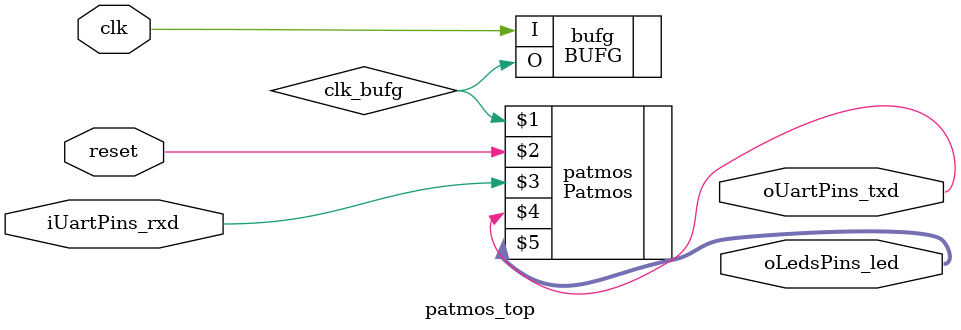
<source format=v>


module patmos_top (
    input clk,
    input reset,
    output[7:0] oLedsPins_led,
    output oUartPins_txd,
    input iUartPins_rxd
);

wire clk_bufg;
  BUFG bufg (
      .I(clk),
      .O(clk_bufg)
  );


reg int_res;
reg res_reg1;
reg res_reg2;
reg [2:0] res_cnt = 3'b000;


always @ (posedge clk_bufg) begin
    if (res_cnt != 3'b111)
        res_cnt <= res_cnt + 3'b001;
    res_reg1 <= !res_cnt[0] || !res_cnt[1] || !res_cnt[2];
    res_res2 <= res_reg1;
    int_res <= res_reg2;
end

Patmos patmos (
    clk_bufg,
    reset,
    iUartPins_rxd,
    oUartPins_txd,
    oLedsPins_led
);
    
endmodule
</source>
